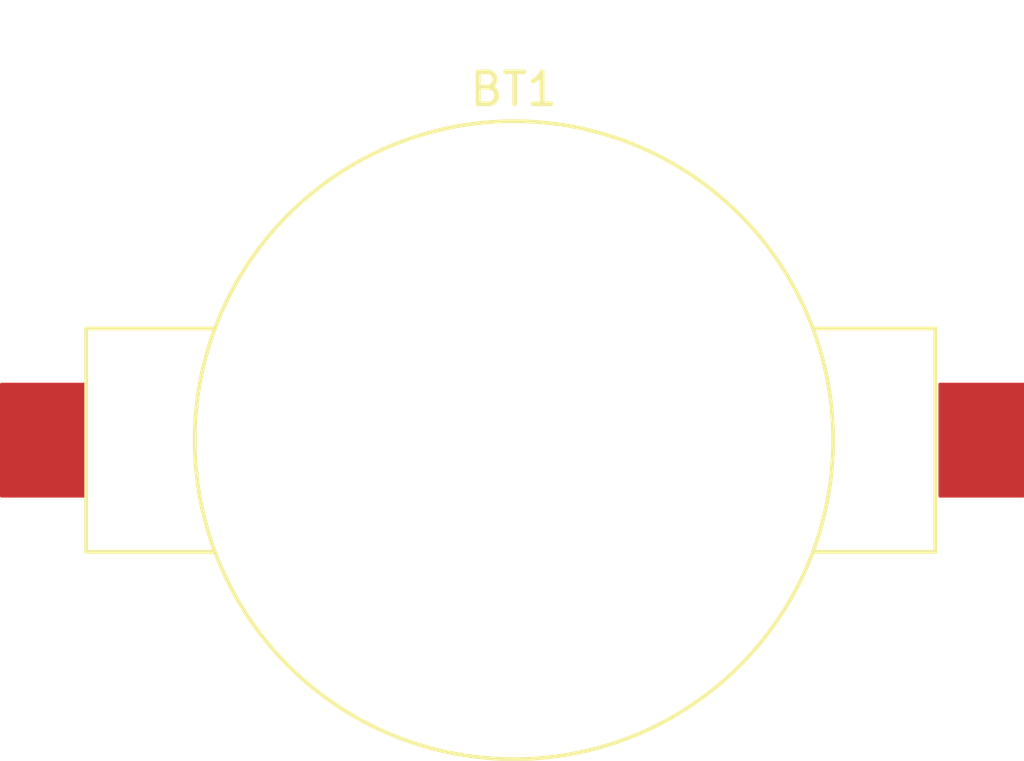
<source format=kicad_pcb>
(kicad_pcb (version 20171130) (host pcbnew "(5.1.4)-1")

  (general
    (thickness 1.6)
    (drawings 0)
    (tracks 1)
    (zones 0)
    (modules 1)
    (nets 1)
  )

  (page A4)
  (layers
    (0 F.Cu signal)
    (31 B.Cu signal)
    (32 B.Adhes user)
    (33 F.Adhes user)
    (34 B.Paste user)
    (35 F.Paste user)
    (36 B.SilkS user)
    (37 F.SilkS user)
    (38 B.Mask user)
    (39 F.Mask user)
    (40 Dwgs.User user)
    (41 Cmts.User user)
    (42 Eco1.User user)
    (43 Eco2.User user)
    (44 Edge.Cuts user)
    (45 Margin user)
    (46 B.CrtYd user)
    (47 F.CrtYd user)
    (48 B.Fab user)
    (49 F.Fab user)
  )

  (setup
    (last_trace_width 0.25)
    (trace_clearance 0.2)
    (zone_clearance 0.508)
    (zone_45_only no)
    (trace_min 0.2)
    (via_size 0.8)
    (via_drill 0.4)
    (via_min_size 0.4)
    (via_min_drill 0.3)
    (uvia_size 0.3)
    (uvia_drill 0.1)
    (uvias_allowed no)
    (uvia_min_size 0.2)
    (uvia_min_drill 0.1)
    (edge_width 0.05)
    (segment_width 0.2)
    (pcb_text_width 0.3)
    (pcb_text_size 1.5 1.5)
    (mod_edge_width 0.12)
    (mod_text_size 1 1)
    (mod_text_width 0.15)
    (pad_size 1.524 1.524)
    (pad_drill 0.762)
    (pad_to_mask_clearance 0.051)
    (solder_mask_min_width 0.25)
    (aux_axis_origin 0 0)
    (visible_elements FFFFFF7F)
    (pcbplotparams
      (layerselection 0x010fc_ffffffff)
      (usegerberextensions false)
      (usegerberattributes false)
      (usegerberadvancedattributes false)
      (creategerberjobfile false)
      (excludeedgelayer true)
      (linewidth 0.100000)
      (plotframeref false)
      (viasonmask false)
      (mode 1)
      (useauxorigin false)
      (hpglpennumber 1)
      (hpglpenspeed 20)
      (hpglpendiameter 15.000000)
      (psnegative false)
      (psa4output false)
      (plotreference true)
      (plotvalue true)
      (plotinvisibletext false)
      (padsonsilk false)
      (subtractmaskfromsilk false)
      (outputformat 1)
      (mirror false)
      (drillshape 1)
      (scaleselection 1)
      (outputdirectory ""))
  )

  (net 0 "")

  (net_class Default "This is the default net class."
    (clearance 0.2)
    (trace_width 0.25)
    (via_dia 0.8)
    (via_drill 0.4)
    (uvia_dia 0.3)
    (uvia_drill 0.1)
  )

  (module "Battery holder:SMTU2032" (layer F.Cu) (tedit 5F9136F1) (tstamp 5F91376E)
    (at 134.89 75.02)
    (path /5F8E8A74)
    (fp_text reference BT1 (at 0 -11) (layer F.SilkS)
      (effects (font (size 1 1) (thickness 0.15)))
    )
    (fp_text value Battery_Cell (at -0.1 -12.95) (layer F.Fab)
      (effects (font (size 1 1) (thickness 0.15)))
    )
    (fp_poly (pts (xy -5.5 -3.5) (xy 5.5 -3.5) (xy 5.5 3.5) (xy -5.5 3.5)) (layer F.Adhes) (width 0.1))
    (fp_poly (pts (xy -16.05 -1.75) (xy -13.45 -1.75) (xy -13.45 1.75) (xy -16.05 1.75)) (layer F.Cu) (width 0.1))
    (fp_poly (pts (xy 13.35 -1.75) (xy 15.95 -1.75) (xy 15.95 1.75) (xy 13.35 1.75)) (layer F.Cu) (width 0.1))
    (fp_circle (center 0 0) (end 10 0) (layer F.SilkS) (width 0.12))
    (fp_line (start -9.35 -3.5) (end -13.4 -3.5) (layer F.SilkS) (width 0.12))
    (fp_line (start -13.4 -3.5) (end -13.4 3.5) (layer F.SilkS) (width 0.12))
    (fp_line (start -13.4 3.5) (end -9.4 3.5) (layer F.SilkS) (width 0.12))
    (fp_line (start 9.4 -3.5) (end 13.2 -3.5) (layer F.SilkS) (width 0.12))
    (fp_line (start 13.2 -3.5) (end 13.2 3.5) (layer F.SilkS) (width 0.12))
    (fp_line (start 13.2 3.5) (end 9.4 3.5) (layer F.SilkS) (width 0.12))
  )

  (segment (start 120.54 74.88) (end 119.74 74.88) (width 0.25) (layer F.Cu) (net 0))

)

</source>
